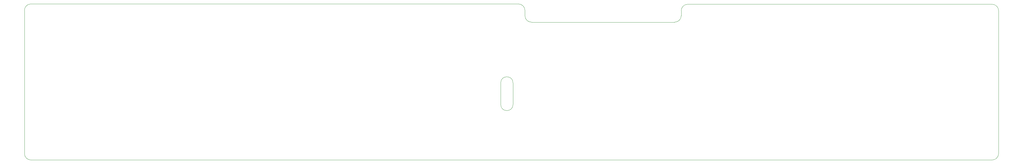
<source format=gbr>
%TF.GenerationSoftware,KiCad,Pcbnew,7.0.10*%
%TF.CreationDate,2024-02-02T23:20:54-05:00*%
%TF.ProjectId,ayab-esp32,61796162-2d65-4737-9033-322e6b696361,rev?*%
%TF.SameCoordinates,PX2be61f8PY9c01778*%
%TF.FileFunction,Profile,NP*%
%FSLAX46Y46*%
G04 Gerber Fmt 4.6, Leading zero omitted, Abs format (unit mm)*
G04 Created by KiCad (PCBNEW 7.0.10) date 2024-02-02 23:20:54*
%MOMM*%
%LPD*%
G01*
G04 APERTURE LIST*
%TA.AperFunction,Profile*%
%ADD10C,0.050000*%
%TD*%
G04 APERTURE END LIST*
D10*
X299414292Y45423008D02*
G75*
G03*
X297414214Y47423008I-2000044J-44D01*
G01*
X153541362Y45520778D02*
G75*
G03*
X151541319Y47520778I-2000014J-14D01*
G01*
X146081495Y23163487D02*
X146081495Y16538487D01*
X203678648Y47423008D02*
X297414214Y47423008D01*
X297414214Y-585802D02*
G75*
G03*
X299414214Y1414214I34J1999966D01*
G01*
X16888838Y47520778D02*
X1414214Y47520778D01*
X16888838Y-585786D02*
X1414214Y-585786D01*
X299414214Y45423008D02*
X299414214Y1414214D01*
X1414214Y47520798D02*
G75*
G03*
X-585786Y45520778I34J-2000034D01*
G01*
X16888838Y47520778D02*
X151541319Y47520778D01*
X201678648Y43904720D02*
X201678648Y45423008D01*
X149881495Y23163487D02*
G75*
G03*
X146081495Y23163487I-1900000J0D01*
G01*
X146081495Y16538487D02*
G75*
G03*
X149881495Y16538487I1900000J0D01*
G01*
X155541319Y41904720D02*
X199678648Y41904720D01*
X153541304Y43904720D02*
G75*
G03*
X155541319Y41904720I2000044J44D01*
G01*
X149881495Y23163487D02*
X149881495Y16538487D01*
X297414214Y-585786D02*
X16888838Y-585786D01*
X153541319Y45520778D02*
X153541319Y43904720D01*
X199678648Y41904764D02*
G75*
G03*
X201678648Y43904720I0J2000000D01*
G01*
X-585702Y1414214D02*
G75*
G03*
X1414214Y-585786I1999950J-50D01*
G01*
X-585786Y45520778D02*
X-585786Y1414214D01*
X203678648Y47422964D02*
G75*
G03*
X201678648Y45423008I0J-2000000D01*
G01*
M02*

</source>
